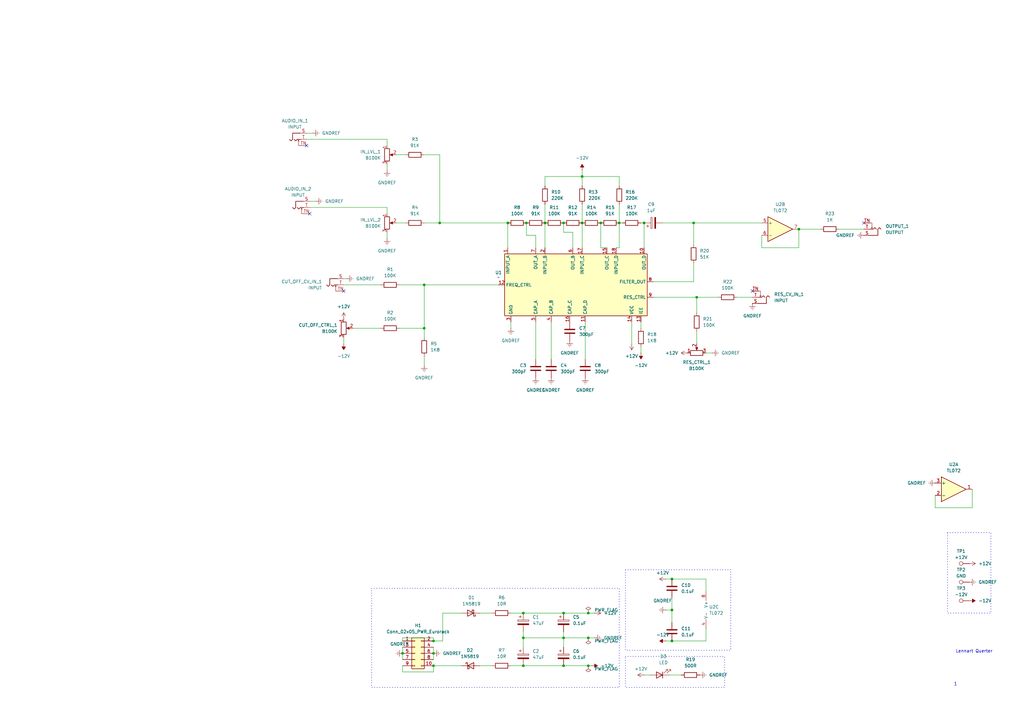
<source format=kicad_sch>
(kicad_sch (version 20231120) (generator "eeschema") (generator_version "8.0")
  (paper "A3")
  (lib_symbols
    (symbol "Amplifier_Operational:TL072" (pin_names (offset 0.127))
      (property "Reference" "U" (at 0 5.08 0))
      (property "Value" "TL072" (at 0 -5.08 0))
      (symbol "TL072_1_1"
        (polyline (pts (xy -5.08 5.08) (xy 5.08 0) (xy -5.08 -5.08) (xy -5.08 5.08)) (stroke (width 0.254)) (fill (type background)))
        (pin output line (at 7.62 0 180) (length 2.54) (name "~") (number "1"))
        (pin input line (at -7.62 -2.54 0) (length 2.54) (name "-") (number "2"))
        (pin input line (at -7.62 2.54 0) (length 2.54) (name "+") (number "3"))
      )
      (symbol "TL072_2_1"
        (polyline (pts (xy -5.08 5.08) (xy 5.08 0) (xy -5.08 -5.08) (xy -5.08 5.08)) (stroke (width 0.254)) (fill (type background)))
        (pin input line (at -7.62 2.54 0) (length 2.54) (name "+") (number "5"))
        (pin input line (at -7.62 -2.54 0) (length 2.54) (name "-") (number "6"))
        (pin output line (at 7.62 0 180) (length 2.54) (name "~") (number "7"))
      )
      (symbol "TL072_3_1"
        (pin power_in line (at -2.54 -7.62 90) (length 3.81) (name "V-") (number "4"))
        (pin power_in line (at -2.54 7.62 270) (length 3.81) (name "V+") (number "8"))
      )
    )
    (symbol "Connector:TestPoint" (pin_numbers hide) (pin_names (offset 0.762) hide)
      (property "Reference" "TP" (at 0 6.858 0))
      (property "Value" "TestPoint" (at 0 5.08 0))
      (symbol "TestPoint_0_1"
        (circle (center 0 3.302) (radius 0.762))
      )
      (symbol "TestPoint_1_1"
        (pin passive line (at 0 0 90) (length 2.54) (name "1") (number "1"))
      )
    )
    (symbol "Device:C" (pin_numbers hide) (pin_names (offset 0.254))
      (property "Reference" "C" (at 0.635 2.54 0))
      (property "Value" "C" (at 0.635 -2.54 0))
      (symbol "C_0_1"
        (polyline (pts (xy -2.032 -0.762) (xy 2.032 -0.762)) (stroke (width 0.508)))
        (polyline (pts (xy -2.032 0.762) (xy 2.032 0.762)) (stroke (width 0.508)))
      )
      (symbol "C_1_1"
        (pin passive line (at 0 3.81 270) (length 2.794) (name "~") (number "1"))
        (pin passive line (at 0 -3.81 90) (length 2.794) (name "~") (number "2"))
      )
    )
    (symbol "Device:C_Polarized" (pin_numbers hide) (pin_names (offset 0.254))
      (property "Reference" "C" (at 0.635 2.54 0))
      (property "Value" "C_Polarized" (at 0.635 -2.54 0))
      (symbol "C_Polarized_0_1"
        (rectangle (start -2.286 0.508) (end 2.286 1.016))
        (polyline (pts (xy -1.778 2.286) (xy -0.762 2.286)))
        (polyline (pts (xy -1.27 2.794) (xy -1.27 1.778)))
        (rectangle (start 2.286 -0.508) (end -2.286 -1.016) (fill (type outline)))
      )
      (symbol "C_Polarized_1_1"
        (pin passive line (at 0 3.81 270) (length 2.794) (name "~") (number "1"))
        (pin passive line (at 0 -3.81 90) (length 2.794) (name "~") (number "2"))
      )
    )
    (symbol "Device:R" (pin_numbers hide) (pin_names (offset 0))
      (property "Reference" "R" (at 2.032 0 90))
      (property "Value" "R" (at 0 0 90))
      (symbol "R_0_1"
        (rectangle (start -1.016 -2.54) (end 1.016 2.54) (stroke (width 0.254)))
      )
      (symbol "R_1_1"
        (pin passive line (at 0 3.81 270) (length 1.27) (name "~") (number "1"))
        (pin passive line (at 0 -3.81 90) (length 1.27) (name "~") (number "2"))
      )
    )
    (symbol "Diode:1N5819" (pin_numbers hide) (pin_names (offset 1.016) hide)
      (property "Reference" "D" (at 0 2.54 0))
      (property "Value" "1N5819" (at 0 -2.54 0))
      (symbol "1N5819_0_1"
        (polyline (pts (xy 1.27 0) (xy -1.27 0)))
        (polyline (pts (xy 1.27 1.27) (xy 1.27 -1.27) (xy -1.27 0) (xy 1.27 1.27)) (stroke (width 0.254)))
        (polyline (pts (xy -1.905 0.635) (xy -1.905 1.27) (xy -1.27 1.27) (xy -1.27 -1.27) (xy -0.635 -1.27) (xy -0.635 -0.635)) (stroke (width 0.254)))
      )
      (symbol "1N5819_1_1"
        (pin passive line (at -3.81 0 0) (length 2.54) (name "K") (number "1"))
        (pin passive line (at 3.81 0 180) (length 2.54) (name "A") (number "2"))
      )
    )
    (symbol "power:+12V" (power) (pin_numbers hide) (pin_names (offset 0) hide)
      (property "Value" "+12V" (at 0 3.556 0))
      (symbol "+12V_0_1"
        (polyline (pts (xy -0.762 1.27) (xy 0 2.54)))
        (polyline (pts (xy 0 0) (xy 0 2.54)))
        (polyline (pts (xy 0 2.54) (xy 0.762 1.27)))
      )
      (symbol "+12V_1_1"
        (pin power_in line (at 0 0 90) (length 0) (name "~") (number "1"))
      )
    )
    (symbol "power:-12V" (power) (pin_numbers hide) (pin_names (offset 0) hide)
      (property "Value" "-12V" (at 0 3.556 0))
      (symbol "-12V_0_0"
        (pin power_in line (at 0 0 90) (length 0) (name "~") (number "1"))
      )
      (symbol "-12V_0_1"
        (polyline (pts (xy 0 0) (xy 0 1.27) (xy 0.762 1.27) (xy 0 2.54) (xy -0.762 1.27) (xy 0 1.27)) (fill (type outline)))
      )
    )
    (symbol "power:GNDREF" (power) (pin_numbers hide) (pin_names (offset 0) hide)
      (property "Value" "GNDREF" (at 0 -3.81 0))
      (symbol "GNDREF_0_1"
        (polyline (pts (xy -0.635 -1.905) (xy 0.635 -1.905)))
        (polyline (pts (xy -0.127 -2.54) (xy 0.127 -2.54)))
        (polyline (pts (xy 0 -1.27) (xy 0 0)))
        (polyline (pts (xy 1.27 -1.27) (xy -1.27 -1.27)))
      )
      (symbol "GNDREF_1_1"
        (pin power_in line (at 0 0 270) (length 0) (name "~") (number "1"))
      )
    )
    (symbol "power:PWR_FLAG" (power) (pin_numbers hide) (pin_names (offset 0) hide)
      (property "Value" "PWR_FLAG" (at 0 3.81 0))
      (symbol "PWR_FLAG_0_0"
        (pin power_out line (at 0 0 90) (length 0) (name "~") (number "1"))
      )
      (symbol "PWR_FLAG_0_1"
        (polyline (pts (xy 0 0) (xy 0 1.27) (xy -1.016 1.905) (xy 0 2.54) (xy 1.016 1.905) (xy 0 1.27)))
      )
    )
    (symbol "synth:AudioJack_Mono_3.5mm"
      (property "Reference" "J" (at 0 8.89 0))
      (property "Value" "AudioJack_Mono_3.5mm" (at 0 6.35 0))
      (symbol "AudioJack_Mono_3.5mm_0_1"
        (polyline (pts (xy 1.778 -0.254) (xy 2.032 -0.762)))
        (polyline (pts (xy 0 0) (xy 0.635 -0.635) (xy 1.27 0) (xy 2.54 0)) (stroke (width 0.254)))
        (polyline (pts (xy 2.54 -2.54) (xy 1.778 -2.54) (xy 1.778 -0.254) (xy 1.524 -0.762)))
        (polyline (pts (xy 2.54 2.54) (xy -0.635 2.54) (xy -0.635 0) (xy -1.27 -0.635) (xy -1.905 0)) (stroke (width 0.254)))
      )
      (symbol "AudioJack_Mono_3.5mm_1_1"
        (pin passive line (at 5.08 2.54 180) (length 2.54) (name "~") (number "S"))
        (pin passive line (at 5.08 0 180) (length 2.54) (name "~") (number "T"))
        (pin passive line (at 5.08 -2.54 180) (length 2.54) (name "~") (number "TN"))
      )
    )
    (symbol "synth:CEM3320_alt"
      (property "Reference" "U" (at -9.144 13.716 0))
      (symbol "CEM3320_alt_0_1"
        (rectangle (start -29.21 12.7) (end 29.21 -12.7) (stroke (width 0.254)) (fill (type background)))
      )
      (symbol "CEM3320_alt_1_1"
        (pin input line (at -27.94 15.24 270) (length 2.54) (name "INPUT_A") (number "1"))
        (pin output line (at 27.94 15.24 270) (length 2.54) (name "OUT_D") (number "10"))
        (pin passive line (at 3.81 -15.24 90) (length 2.54) (name "CAP_D") (number "11"))
        (pin input line (at -31.75 0 0) (length 2.54) (name "FREQ_CTRL") (number "12"))
        (pin passive line (at 26.67 -15.24 90) (length 2.54) (name "IEE") (number "13"))
        (pin power_in line (at 22.86 -15.24 90) (length 2.54) (name "VCC") (number "14"))
        (pin output line (at 12.7 15.24 270) (length 2.54) (name "OUT_C") (number "15"))
        (pin passive line (at -2.54 -15.24 90) (length 2.54) (name "CAP_C") (number "16"))
        (pin input line (at 2.54 15.24 270) (length 2.54) (name "INPUT_C") (number "17"))
        (pin input line (at 16.51 15.24 270) (length 2.54) (name "INPUT_D") (number "18"))
        (pin input line (at -12.7 15.24 270) (length 2.54) (name "INPUT_B") (number "2"))
        (pin power_in line (at -26.67 -15.24 90) (length 2.54) (name "GND") (number "3"))
        (pin passive line (at -10.16 -15.24 90) (length 2.54) (name "CAP_B") (number "4"))
        (pin passive line (at -16.51 -15.24 90) (length 2.54) (name "CAP_A") (number "5"))
        (pin output line (at -1.27 15.24 270) (length 2.54) (name "OUT_B") (number "6"))
        (pin output line (at -16.51 15.24 270) (length 2.54) (name "OUT_A") (number "7"))
        (pin output line (at 31.75 1.27 180) (length 2.54) (name "FILTER_OUT") (number "8"))
        (pin input line (at 31.75 -5.08 180) (length 2.54) (name "RES_CTRL") (number "9"))
      )
    )
    (symbol "synth:C_sm (MKS)" (pin_numbers hide) (pin_names (offset 0.254))
      (property "Reference" "C" (at 2.794 1.27 0))
      (property "Value" "C_sm (MKS)" (at 2.794 -1.016 0))
      (symbol "C_sm (MKS)_0_1"
        (polyline (pts (xy -2.032 -0.762) (xy 2.032 -0.762)) (stroke (width 0.508)))
        (polyline (pts (xy -2.032 0.762) (xy 2.032 0.762)) (stroke (width 0.508)))
      )
      (symbol "C_sm (MKS)_1_1"
        (pin passive line (at 0 3.81 270) (length 2.794) (name "~") (number "1"))
        (pin passive line (at 0 -3.81 90) (length 2.794) (name "~") (number "2"))
      )
    )
    (symbol "synth:Conn_02x05_EuroRack_Power" (pin_names (offset 1.016) hide)
      (property "Reference" "H13" (at 0 -11.43 0))
      (property "Value" "Conn_02x05_PWR_Eurorack" (at 0 -8.89 0))
      (symbol "Conn_02x05_EuroRack_Power_1_1"
        (rectangle (start -2.54 -4.953) (end -1.27 -5.207) (stroke (width 0.1524)))
        (rectangle (start -2.54 -2.413) (end -1.27 -2.667) (stroke (width 0.1524)))
        (rectangle (start -2.54 0.127) (end -1.27 -0.127) (stroke (width 0.1524)))
        (rectangle (start -2.54 2.667) (end -1.27 2.413) (stroke (width 0.1524)))
        (rectangle (start -2.54 5.207) (end -1.27 4.953) (stroke (width 0.1524)))
        (rectangle (start -2.54 6.35) (end 2.54 -6.35) (stroke (width 0.254)) (fill (type background)))
        (rectangle (start 2.54 -4.953) (end 1.27 -5.207) (stroke (width 0.1524)))
        (rectangle (start 2.54 -2.413) (end 1.27 -2.667) (stroke (width 0.1524)))
        (rectangle (start 2.54 0.127) (end 1.27 -0.127) (stroke (width 0.1524)))
        (rectangle (start 2.54 2.667) (end 1.27 2.413) (stroke (width 0.1524)))
        (rectangle (start 2.54 5.207) (end 1.27 4.953) (stroke (width 0.1524)))
        (pin passive line (at -6.35 5.08 0) (length 3.81) (name "Pin_1") (number "1"))
        (pin passive line (at 6.35 -5.08 180) (length 3.81) (name "Pin_10") (number "10"))
        (pin passive line (at 6.35 5.08 180) (length 3.81) (name "Pin_2") (number "2"))
        (pin passive line (at -6.35 2.54 0) (length 3.81) (name "Pin_3") (number "3"))
        (pin passive line (at 6.35 2.54 180) (length 3.81) (name "Pin_4") (number "4"))
        (pin passive line (at -6.35 0 0) (length 3.81) (name "Pin_5") (number "5"))
        (pin passive line (at 6.35 0 180) (length 3.81) (name "Pin_6") (number "6"))
        (pin passive line (at -6.35 -2.54 0) (length 3.81) (name "Pin_7") (number "7"))
        (pin passive line (at 6.35 -2.54 180) (length 3.81) (name "Pin_8") (number "8"))
        (pin passive line (at -6.35 -5.08 0) (length 3.81) (name "Pin_9") (number "9"))
      )
    )
    (symbol "synth:LED (5mm)" (pin_numbers hide) (pin_names (offset 1.016) hide)
      (property "Reference" "D" (at 0 2.54 0))
      (property "Value" "LED" (at 0 -2.54 0))
      (symbol "LED (5mm)_0_1"
        (polyline (pts (xy -1.27 -1.27) (xy -1.27 1.27)) (stroke (width 0.254)))
        (polyline (pts (xy -1.27 0) (xy 1.27 0)))
        (polyline (pts (xy 1.27 -1.27) (xy 1.27 1.27) (xy -1.27 0) (xy 1.27 -1.27)) (stroke (width 0.254)))
        (polyline (pts (xy -3.048 -0.762) (xy -4.572 -2.286) (xy -3.81 -2.286) (xy -4.572 -2.286) (xy -4.572 -1.524)))
        (polyline (pts (xy -1.778 -0.762) (xy -3.302 -2.286) (xy -2.54 -2.286) (xy -3.302 -2.286) (xy -3.302 -1.524)))
      )
      (symbol "LED (5mm)_1_1"
        (pin passive line (at -3.81 0 0) (length 2.54) (name "K") (number "1"))
        (pin passive line (at 3.81 0 180) (length 2.54) (name "A") (number "2"))
      )
    )
    (symbol "synth:R_Default" (pin_numbers hide) (pin_names (offset 0))
      (property "Reference" "R" (at -2.032 0 90))
      (property "Value" "R1" (at 2.032 0 90))
      (symbol "R_Default_0_1"
        (rectangle (start 1.016 -2.54) (end -1.016 2.54) (stroke (width 0.254)))
      )
      (symbol "R_Default_1_1"
        (pin passive line (at 0 -3.81 90) (length 1.27) (name "~") (number "1"))
        (pin passive line (at 0 3.81 270) (length 1.27) (name "~") (number "2"))
      )
    )
    (symbol "synth:R_Potentiometer (P0915N)" (pin_names (offset 1.016) hide)
      (property "Reference" "RV" (at -4.445 0 90))
      (property "Value" "R_Potentiometer" (at -2.54 0 90))
      (symbol "R_Potentiometer (P0915N)_0_1"
        (rectangle (start -1.016 2.54) (end 1.016 -2.54) (stroke (width 0.254)))
        (polyline (pts (xy 2.54 0) (xy 1.524 0)))
        (polyline (pts (xy 1.143 0) (xy 2.286 0.508) (xy 2.286 -0.508) (xy 1.143 0)) (fill (type outline)))
      )
      (symbol "R_Potentiometer (P0915N)_1_1"
        (pin passive line (at 0 3.81 270) (length 1.27) (name "1") (number "1"))
        (pin passive line (at 3.81 0 180) (length 1.27) (name "2") (number "2"))
        (pin passive line (at 0 -3.81 90) (length 1.27) (name "3") (number "3"))
      )
    )
  )
  (junction (at 275.59 250.19))
  (junction (at 214.63 261.62))
  (junction (at 241.3 273.05))
  (junction (at 231.14 261.62))
  (junction (at 165.1 267.97))
  (junction (at 241.3 251.46))
  (junction (at 231.14 251.46))
  (junction (at 223.52 91.44))
  (junction (at 238.76 91.44))
  (junction (at 264.16 91.44))
  (junction (at 173.99 116.84))
  (junction (at 238.76 72.39))
  (junction (at 177.8 273.05))
  (junction (at 214.63 251.46))
  (junction (at 177.8 267.97))
  (junction (at 177.8 262.89))
  (junction (at 275.59 262.89))
  (junction (at 208.28 91.44))
  (junction (at 180.34 91.44))
  (junction (at 285.75 121.92))
  (junction (at 327.66 93.98))
  (junction (at 173.99 134.62))
  (junction (at 214.63 273.05))
  (junction (at 241.3 261.62))
  (junction (at 254 91.44))
  (junction (at 246.38 91.44))
  (junction (at 231.14 273.05))
  (junction (at 215.9 91.44))
  (junction (at 275.59 237.49))
  (junction (at 284.48 91.44))
  (junction (at 231.14 91.44))
  (no_connect (at 308.61 119.38))
  (no_connect (at 125.73 59.69))
  (no_connect (at 127 87.63))
  (no_connect (at 354.33 91.44))
  (no_connect (at 140.97 119.38))
  (wire (pts (xy 292.1 144.78) (xy 289.56 144.78)))
  (wire (pts (xy 264.16 276.86) (xy 266.7 276.86)))
  (wire (pts (xy 238.76 72.39) (xy 254 72.39)))
  (wire (pts (xy 289.56 257.81) (xy 289.56 262.89)))
  (wire (pts (xy 177.8 275.59) (xy 177.8 273.05)))
  (wire (pts (xy 254 83.82) (xy 254 91.44)))
  (wire (pts (xy 267.97 121.92) (xy 285.75 121.92)))
  (wire (pts (xy 284.48 107.95) (xy 284.48 115.57)))
  (wire (pts (xy 273.05 262.89) (xy 275.59 262.89)))
  (wire (pts (xy 142.24 114.3) (xy 140.97 114.3)))
  (wire (pts (xy 181.61 251.46) (xy 189.23 251.46)))
  (wire (pts (xy 246.38 101.6) (xy 248.92 101.6)))
  (wire (pts (xy 180.34 91.44) (xy 208.28 91.44)))
  (wire (pts (xy 238.76 101.6) (xy 238.76 91.44)))
  (wire (pts (xy 226.06 147.32) (xy 226.06 132.08)))
  (wire (pts (xy 238.76 69.85) (xy 238.76 72.39)))
  (wire (pts (xy 252.73 101.6) (xy 254 101.6)))
  (wire (pts (xy 166.37 91.44) (xy 162.56 91.44)))
  (wire (pts (xy 223.52 72.39) (xy 223.52 76.2)))
  (wire (pts (xy 177.8 261.62) (xy 165.1 261.62)))
  (wire (pts (xy 284.48 91.44) (xy 271.78 91.44)))
  (wire (pts (xy 231.14 95.25) (xy 234.95 95.25)))
  (wire (pts (xy 177.8 262.89) (xy 177.8 261.62)))
  (wire (pts (xy 177.8 265.43) (xy 177.8 267.97)))
  (wire (pts (xy 158.75 85.09) (xy 158.75 87.63)))
  (wire (pts (xy 127 82.55) (xy 129.54 82.55)))
  (wire (pts (xy 238.76 72.39) (xy 238.76 76.2)))
  (wire (pts (xy 215.9 96.52) (xy 219.71 96.52)))
  (wire (pts (xy 163.83 116.84) (xy 173.99 116.84)))
  (wire (pts (xy 209.55 134.62) (xy 209.55 132.08)))
  (wire (pts (xy 275.59 245.11) (xy 275.59 250.19)))
  (wire (pts (xy 275.59 250.19) (xy 275.59 255.27)))
  (wire (pts (xy 219.71 147.32) (xy 219.71 132.08)))
  (wire (pts (xy 180.34 63.5) (xy 180.34 91.44)))
  (wire (pts (xy 285.75 128.27) (xy 285.75 121.92)))
  (wire (pts (xy 231.14 273.05) (xy 241.3 273.05)))
  (wire (pts (xy 231.14 261.62) (xy 241.3 261.62)))
  (wire (pts (xy 165.1 273.05) (xy 165.1 275.59)))
  (wire (pts (xy 158.75 57.15) (xy 158.75 59.69)))
  (wire (pts (xy 285.75 135.89) (xy 285.75 140.97)))
  (wire (pts (xy 223.52 72.39) (xy 238.76 72.39)))
  (wire (pts (xy 127 85.09) (xy 158.75 85.09)))
  (wire (pts (xy 196.85 273.05) (xy 201.93 273.05)))
  (wire (pts (xy 177.8 267.97) (xy 177.8 270.51)))
  (wire (pts (xy 125.73 57.15) (xy 158.75 57.15)))
  (wire (pts (xy 289.56 237.49) (xy 289.56 242.57)))
  (wire (pts (xy 214.63 259.08) (xy 214.63 261.62)))
  (wire (pts (xy 125.73 54.61) (xy 128.27 54.61)))
  (wire (pts (xy 275.59 250.19) (xy 273.05 250.19)))
  (wire (pts (xy 241.3 273.05) (xy 242.57 273.05)))
  (wire (pts (xy 173.99 91.44) (xy 180.34 91.44)))
  (wire (pts (xy 398.78 208.28) (xy 383.54 208.28)))
  (wire (pts (xy 275.59 262.89) (xy 289.56 262.89)))
  (wire (pts (xy 398.78 200.66) (xy 398.78 208.28)))
  (wire (pts (xy 173.99 116.84) (xy 204.47 116.84)))
  (wire (pts (xy 284.48 91.44) (xy 312.42 91.44)))
  (wire (pts (xy 284.48 115.57) (xy 267.97 115.57)))
  (wire (pts (xy 246.38 91.44) (xy 246.38 101.6)))
  (wire (pts (xy 214.63 251.46) (xy 231.14 251.46)))
  (wire (pts (xy 165.1 265.43) (xy 165.1 267.97)))
  (wire (pts (xy 231.14 91.44) (xy 231.14 95.25)))
  (wire (pts (xy 158.75 69.85) (xy 158.75 67.31)))
  (wire (pts (xy 156.21 116.84) (xy 140.97 116.84)))
  (wire (pts (xy 262.89 91.44) (xy 264.16 91.44)))
  (wire (pts (xy 241.3 261.62) (xy 243.84 261.62)))
  (wire (pts (xy 156.21 134.62) (xy 144.78 134.62)))
  (wire (pts (xy 259.08 140.97) (xy 259.08 132.08)))
  (wire (pts (xy 312.42 101.6) (xy 312.42 96.52)))
  (wire (pts (xy 284.48 91.44) (xy 284.48 100.33)))
  (wire (pts (xy 219.71 96.52) (xy 219.71 101.6)))
  (wire (pts (xy 173.99 63.5) (xy 180.34 63.5)))
  (wire (pts (xy 173.99 149.86) (xy 173.99 146.05)))
  (wire (pts (xy 181.61 251.46) (xy 181.61 262.89)))
  (wire (pts (xy 231.14 251.46) (xy 241.3 251.46)))
  (wire (pts (xy 196.85 251.46) (xy 201.93 251.46)))
  (wire (pts (xy 262.89 144.78) (xy 262.89 142.24)))
  (wire (pts (xy 214.63 261.62) (xy 214.63 265.43)))
  (wire (pts (xy 177.8 273.05) (xy 189.23 273.05)))
  (wire (pts (xy 140.97 140.97) (xy 140.97 138.43)))
  (wire (pts (xy 223.52 101.6) (xy 223.52 91.44)))
  (wire (pts (xy 209.55 273.05) (xy 214.63 273.05)))
  (wire (pts (xy 264.16 91.44) (xy 264.16 101.6)))
  (wire (pts (xy 327.66 93.98) (xy 327.66 101.6)))
  (wire (pts (xy 158.75 97.79) (xy 158.75 95.25)))
  (wire (pts (xy 383.54 208.28) (xy 383.54 203.2)))
  (wire (pts (xy 209.55 251.46) (xy 214.63 251.46)))
  (wire (pts (xy 214.63 273.05) (xy 231.14 273.05)))
  (wire (pts (xy 238.76 83.82) (xy 238.76 91.44)))
  (wire (pts (xy 262.89 132.08) (xy 262.89 134.62)))
  (wire (pts (xy 241.3 251.46) (xy 243.84 251.46)))
  (wire (pts (xy 165.1 267.97) (xy 165.1 270.51)))
  (wire (pts (xy 234.95 95.25) (xy 234.95 101.6)))
  (wire (pts (xy 165.1 275.59) (xy 177.8 275.59)))
  (wire (pts (xy 273.05 237.49) (xy 275.59 237.49)))
  (wire (pts (xy 279.4 276.86) (xy 274.32 276.86)))
  (wire (pts (xy 214.63 261.62) (xy 231.14 261.62)))
  (wire (pts (xy 240.03 147.32) (xy 240.03 132.08)))
  (wire (pts (xy 231.14 261.62) (xy 231.14 265.43)))
  (wire (pts (xy 181.61 262.89) (xy 177.8 262.89)))
  (wire (pts (xy 275.59 237.49) (xy 289.56 237.49)))
  (wire (pts (xy 231.14 259.08) (xy 231.14 261.62)))
  (wire (pts (xy 254 72.39) (xy 254 76.2)))
  (wire (pts (xy 294.64 121.92) (xy 285.75 121.92)))
  (wire (pts (xy 208.28 91.44) (xy 208.28 101.6)))
  (wire (pts (xy 173.99 138.43) (xy 173.99 134.62)))
  (wire (pts (xy 223.52 83.82) (xy 223.52 91.44)))
  (wire (pts (xy 166.37 63.5) (xy 162.56 63.5)))
  (wire (pts (xy 173.99 134.62) (xy 163.83 134.62)))
  (wire (pts (xy 327.66 101.6) (xy 312.42 101.6)))
  (wire (pts (xy 354.33 93.98) (xy 344.17 93.98)))
  (wire (pts (xy 254 101.6) (xy 254 91.44)))
  (wire (pts (xy 165.1 261.62) (xy 165.1 262.89)))
  (wire (pts (xy 336.55 93.98) (xy 327.66 93.98)))
  (wire (pts (xy 255.27 91.44) (xy 254 91.44)))
  (wire (pts (xy 173.99 116.84) (xy 173.99 134.62)))
  (wire (pts (xy 302.26 121.92) (xy 308.61 121.92)))
  (wire (pts (xy 215.9 96.52) (xy 215.9 91.44)))
  (rectangle (start 388.62 218.44) (end 406.4 251.46) (stroke (width 0.254) (type dot)))
  (rectangle (start 152.4 241.3) (end 254 281.94) (stroke (width 0.25) (type dot)))
  (rectangle (start 256.54 233.68) (end 299.72 266.7) (stroke (width 0.25) (type dot)))
  (rectangle (start 256.54 269.24) (end 297.18 281.94) (stroke (width 0.25) (type dot)))
  (text "Lennart Querter" (at 399.542 267.208 0) (effects (font (size 1.27 1.27))))
  (text "1" (at 391.922 280.67 0) (effects (font (size 1.27 1.27))))
  (symbol (lib_id "synth:R_Default") (at 170.18 91.44 90) (unit 1)
    (property "Reference" "R4" (at 170.18 85.09 90))
    (property "Value" "91K" (at 170.18 87.63 90))
    (property "Footprint" "Synth:R_Default (DIN0207)" (effects (hide yes)))
    (property "Description" "Resistor" (effects (hide yes)))
  )
  (symbol (lib_id "synth:AudioJack_Mono_3.5mm") (at 313.69 121.92 180) (unit 1)
    (property "Reference" "RES_CV_IN_1" (at 317.5 120.7134 0) (effects (justify right)))
    (property "Value" "INPUT" (at 317.5 123.2534 0) (effects (justify right)))
    (property "Footprint" "Synth:Jack_3.5mm_QingPu_WQP-PJ398SM_Vertical_CircularHoles" (effects (hide yes)))
    (property "Description" "Audio Jack, 2 Poles (Mono / TS), Switched T Pole (Normalling)" (effects (hide yes)))
  )
  (symbol (lib_id "synth:R_Default") (at 250.19 91.44 90) (unit 1)
    (property "Reference" "R15" (at 250.19 85.09 90))
    (property "Value" "91K" (at 250.19 87.63 90))
    (property "Footprint" "Synth:R_Default (DIN0207)" (effects (hide yes)))
    (property "Description" "Resistor" (effects (hide yes)))
  )
  (symbol (lib_id "power:-12V") (at 242.57 273.05 270) (unit 1)
    (property "Reference" "#PWR017" (effects (hide yes)))
    (property "Value" "-12V" (at 246.38 273.0499 90) (effects (justify left)))
    (property "Description" "Power symbol creates a global label with name \"-12V\"" (effects (hide yes)))
  )
  (symbol (lib_id "synth:R_Default") (at 285.75 132.08 180) (unit 1)
    (property "Reference" "R21" (at 288.29 130.8099 0) (effects (justify right)))
    (property "Value" "100K" (at 288.29 133.3499 0) (effects (justify right)))
    (property "Footprint" "Synth:R_Default (DIN0207)" (effects (hide yes)))
    (property "Description" "Resistor" (effects (hide yes)))
  )
  (symbol (lib_id "synth:R_Default") (at 160.02 134.62 90) (unit 1)
    (property "Reference" "R2" (at 160.02 128.27 90))
    (property "Value" "100K" (at 160.02 130.81 90))
    (property "Footprint" "Synth:R_Default (DIN0207)" (effects (hide yes)))
    (property "Description" "Resistor" (effects (hide yes)))
  )
  (symbol (lib_id "Device:C") (at 275.59 259.08 0) (unit 1)
    (property "Reference" "C11" (at 279.4 257.8099 0) (effects (justify left)))
    (property "Value" "0.1uF" (at 279.4 260.3499 0) (effects (justify left)))
    (property "Footprint" "Capacitor_THT:C_Rect_L4.6mm_W2.0mm_P2.50mm_MKS02_FKP02" (effects (hide yes)))
    (property "Description" "Unpolarized capacitor" (effects (hide yes)))
  )
  (symbol (lib_id "Diode:1N5819") (at 193.04 273.05 0) (unit 1)
    (property "Reference" "D2" (at 192.7225 266.7 0))
    (property "Value" "1N5819" (at 192.7225 269.24 0))
    (property "Footprint" "Synth:D_DO-41_SOD81_P10.16mm_Horizontal" (effects (hide yes)))
    (property "Datasheet" "http://www.vishay.com/docs/88525/1n5817.pdf" (effects (hide yes)))
    (property "Description" "40V 1A Schottky Barrier Rectifier Diode, DO-41" (effects (hide yes)))
  )
  (symbol (lib_id "synth:Conn_02x05_EuroRack_Power") (at 171.45 267.97 0) (unit 1)
    (property "Reference" "H1" (at 171.45 256.54 0))
    (property "Value" "Conn_02x05_PWR_Eurorack" (at 171.45 259.08 0))
    (property "Footprint" "Synth:IDC-Header_2x05_P2.54mm_Vertical" (effects (hide yes)))
  )
  (symbol (lib_id "Device:R") (at 205.74 273.05 90) (unit 1)
    (property "Reference" "R7" (at 205.74 266.7 90))
    (property "Value" "10R" (at 205.74 269.24 90))
    (property "Footprint" "Synth:R_Default (DIN0207)" (effects (hide yes)))
    (property "Description" "Resistor" (effects (hide yes)))
  )
  (symbol (lib_id "power:GNDREF") (at 142.24 114.3 90) (unit 1)
    (property "Reference" "#PWR05" (effects (hide yes)))
    (property "Value" "GNDREF" (at 146.05 114.2999 90) (effects (justify right)))
    (property "Description" "Power symbol creates a global label with name \"GNDREF\" , reference supply ground" (effects (hide yes)))
  )
  (symbol (lib_id "power:GNDREF") (at 240.03 154.94 0) (unit 1)
    (property "Reference" "#PWR016" (effects (hide yes)))
    (property "Value" "GNDREF" (at 240.03 160.02 0))
    (property "Description" "Power symbol creates a global label with name \"GNDREF\" , reference supply ground" (effects (hide yes)))
  )
  (symbol (lib_id "power:PWR_FLAG") (at 241.3 251.46 0) (unit 1)
    (property "Reference" "#FLG01" (effects (hide yes)))
    (property "Value" "PWR_FLAG" (at 243.84 250.1899 0) (effects (justify left)))
    (property "Description" "Special symbol for telling ERC where power comes from" (effects (hide yes)))
  )
  (symbol (lib_id "Diode:1N5819") (at 193.04 251.46 180) (unit 1)
    (property "Reference" "D1" (at 193.3575 245.11 0))
    (property "Value" "1N5819" (at 193.3575 247.65 0))
    (property "Footprint" "Synth:D_DO-41_SOD81_P10.16mm_Horizontal" (effects (hide yes)))
    (property "Datasheet" "http://www.vishay.com/docs/88525/1n5817.pdf" (effects (hide yes)))
    (property "Description" "40V 1A Schottky Barrier Rectifier Diode, DO-41" (effects (hide yes)))
  )
  (symbol (lib_id "Device:C_Polarized") (at 231.14 269.24 0) (unit 1)
    (property "Reference" "C6" (at 234.95 267.0809 0) (effects (justify left)))
    (property "Value" "0.1uF" (at 234.95 269.6209 0) (effects (justify left)))
    (property "Footprint" "Capacitor_THT:CP_Radial_D4.0mm_P2.00mm" (effects (hide yes)))
    (property "Description" "Polarized capacitor" (effects (hide yes)))
  )
  (symbol (lib_id "synth:R_Default") (at 298.45 121.92 270) (unit 1)
    (property "Reference" "R22" (at 298.45 115.57 90))
    (property "Value" "100K" (at 298.45 118.11 90))
    (property "Footprint" "Synth:R_Default (DIN0207)" (effects (hide yes)))
    (property "Description" "Resistor" (effects (hide yes)))
  )
  (symbol (lib_id "power:+12V") (at 259.08 140.97 180) (unit 1)
    (property "Reference" "#PWR020" (effects (hide yes)))
    (property "Value" "+12V" (at 259.08 146.05 0))
    (property "Description" "Power symbol creates a global label with name \"+12V\"" (effects (hide yes)))
  )
  (symbol (lib_id "synth:R_Default") (at 170.18 63.5 90) (unit 1)
    (property "Reference" "R3" (at 170.18 57.15 90))
    (property "Value" "91K" (at 170.18 59.69 90))
    (property "Footprint" "Synth:R_Default (DIN0207)" (effects (hide yes)))
    (property "Description" "Resistor" (effects (hide yes)))
  )
  (symbol (lib_id "power:GNDREF") (at 354.33 96.52 270) (unit 1)
    (property "Reference" "#PWR029" (effects (hide yes)))
    (property "Value" "GNDREF" (at 350.52 96.5199 90) (effects (justify right)))
    (property "Description" "Power symbol creates a global label with name \"GNDREF\" , reference supply ground" (effects (hide yes)))
  )
  (symbol (lib_id "Connector:TestPoint") (at 397.51 231.14 90) (unit 1)
    (property "Reference" "TP1" (at 394.208 226.06 90))
    (property "Value" "+12V" (at 394.208 228.6 90))
    (property "Footprint" "Connector_Pin:Pin_D1.0mm_L10.0mm" (effects (hide yes)))
    (property "Description" "test point" (effects (hide yes)))
  )
  (symbol (lib_id "power:GNDREF") (at 233.68 139.7 0) (unit 1)
    (property "Reference" "#PWR014" (effects (hide yes)))
    (property "Value" "GNDREF" (at 233.68 144.78 0))
    (property "Description" "Power symbol creates a global label with name \"GNDREF\" , reference supply ground" (effects (hide yes)))
  )
  (symbol (lib_id "synth:C_sm (MKS)") (at 233.68 135.89 180) (unit 1)
    (property "Reference" "C7" (at 237.49 134.6199 0) (effects (justify right)))
    (property "Value" "300pF" (at 237.49 137.1599 0) (effects (justify right)))
    (property "Footprint" "Synth:C_RECT_WIMA_0.1uF" (effects (hide yes)))
    (property "Description" "Unpolarized capacitor" (effects (hide yes)))
  )
  (symbol (lib_id "power:GNDREF") (at 292.1 144.78 90) (unit 1)
    (property "Reference" "#PWR025" (effects (hide yes)))
    (property "Value" "GNDREF" (at 295.91 144.7799 90) (effects (justify right)))
    (property "Description" "Power symbol creates a global label with name \"GNDREF\" , reference supply ground" (effects (hide yes)))
  )
  (symbol (lib_id "power:PWR_FLAG") (at 241.3 261.62 180) (unit 1)
    (property "Reference" "#FLG02" (effects (hide yes)))
    (property "Value" "PWR_FLAG" (at 243.84 262.8899 0) (effects (justify right)))
    (property "Description" "Special symbol for telling ERC where power comes from" (effects (hide yes)))
  )
  (symbol (lib_id "Device:C_Polarized") (at 214.63 269.24 0) (unit 1)
    (property "Reference" "C2" (at 218.44 267.0809 0) (effects (justify left)))
    (property "Value" "47uF" (at 218.44 269.6209 0) (effects (justify left)))
    (property "Footprint" "Capacitor_THT:CP_Radial_D6.3mm_P2.50mm" (effects (hide yes)))
    (property "Description" "Polarized capacitor" (effects (hide yes)))
  )
  (symbol (lib_id "power:GNDREF") (at 243.84 261.62 90) (unit 1)
    (property "Reference" "#PWR019" (effects (hide yes)))
    (property "Value" "GNDREF" (at 247.65 261.6199 90) (effects (justify right)))
    (property "Description" "Power symbol creates a global label with name \"GNDREF\" , reference supply ground" (effects (hide yes)))
  )
  (symbol (lib_id "power:GNDREF") (at 287.02 276.86 90) (unit 1)
    (property "Reference" "#PWR024" (effects (hide yes)))
    (property "Value" "GNDREF" (at 290.83 276.8599 90) (effects (justify right)))
    (property "Description" "Power symbol creates a global label with name \"GNDREF\" , reference supply ground" (effects (hide yes)))
  )
  (symbol (lib_id "power:GNDREF") (at 308.61 124.46 0) (unit 1)
    (property "Reference" "#PWR034" (effects (hide yes)))
    (property "Value" "GNDREF" (at 308.61 129.54 0))
    (property "Description" "Power symbol creates a global label with name \"GNDREF\" , reference supply ground" (effects (hide yes)))
  )
  (symbol (lib_id "power:GNDREF") (at 128.27 54.61 90) (unit 1)
    (property "Reference" "#PWR01" (effects (hide yes)))
    (property "Value" "GNDREF" (at 132.08 54.6099 90) (effects (justify right)))
    (property "Description" "Power symbol creates a global label with name \"GNDREF\" , reference supply ground" (effects (hide yes)))
  )
  (symbol (lib_id "Amplifier_Operational:TL072") (at 391.16 200.66 0) (unit 1)
    (property "Reference" "U2" (at 391.16 190.5 0))
    (property "Value" "TL072" (at 391.16 193.04 0))
    (property "Footprint" "Package_DIP:DIP-8_W7.62mm_Socket_LongPads" (effects (hide yes)))
    (property "Datasheet" "http://www.ti.com/lit/ds/symlink/tl071.pdf" (effects (hide yes)))
    (property "Description" "Dual Low-Noise JFET-Input Operational Amplifiers, DIP-8/SOIC-8" (effects (hide yes)))
  )
  (symbol (lib_id "synth:R_Default") (at 223.52 80.01 180) (unit 1)
    (property "Reference" "R10" (at 226.06 78.7399 0) (effects (justify right)))
    (property "Value" "220K" (at 226.06 81.2799 0) (effects (justify right)))
    (property "Footprint" "Synth:R_Default (DIN0207)" (effects (hide yes)))
    (property "Description" "Resistor" (effects (hide yes)))
  )
  (symbol (lib_id "synth:R_Default") (at 340.36 93.98 270) (unit 1)
    (property "Reference" "R23" (at 340.36 87.63 90))
    (property "Value" "1K" (at 340.36 90.17 90))
    (property "Footprint" "Synth:R_Default (DIN0207)" (effects (hide yes)))
    (property "Description" "Resistor" (effects (hide yes)))
  )
  (symbol (lib_id "power:GNDREF") (at 383.54 198.12 270) (unit 1)
    (property "Reference" "#PWR030" (effects (hide yes)))
    (property "Value" "GNDREF" (at 379.73 198.1199 90) (effects (justify right)))
    (property "Description" "Power symbol creates a global label with name \"GNDREF\" , reference supply ground" (effects (hide yes)))
  )
  (symbol (lib_id "synth:R_Default") (at 227.33 91.44 90) (unit 1)
    (property "Reference" "R11" (at 227.33 85.09 90))
    (property "Value" "100K" (at 227.33 87.63 90))
    (property "Footprint" "Synth:R_Default (DIN0207)" (effects (hide yes)))
    (property "Description" "Resistor" (effects (hide yes)))
  )
  (symbol (lib_id "power:GNDREF") (at 273.05 250.19 270) (unit 1)
    (property "Reference" "#PWR027" (effects (hide yes)))
    (property "Value" "GNDREF" (at 271.78 246.38 90))
    (property "Description" "Power symbol creates a global label with name \"GNDREF\" , reference supply ground" (effects (hide yes)))
  )
  (symbol (lib_id "synth:C_sm (MKS)") (at 219.71 151.13 180) (unit 1)
    (property "Reference" "C3" (at 215.9 149.8599 0) (effects (justify left)))
    (property "Value" "300pF" (at 215.9 152.3999 0) (effects (justify left)))
    (property "Footprint" "Synth:C_RECT_WIMA_0.1uF" (effects (hide yes)))
    (property "Description" "Unpolarized capacitor" (effects (hide yes)))
  )
  (symbol (lib_id "power:-12V") (at 140.97 140.97 180) (unit 1)
    (property "Reference" "#PWR04" (effects (hide yes)))
    (property "Value" "-12V" (at 140.97 146.05 0))
    (property "Description" "Power symbol creates a global label with name \"-12V\"" (effects (hide yes)))
  )
  (symbol (lib_id "Device:C_Polarized") (at 214.63 255.27 0) (unit 1)
    (property "Reference" "C1" (at 218.44 253.1109 0) (effects (justify left)))
    (property "Value" "47uF" (at 218.44 255.6509 0) (effects (justify left)))
    (property "Footprint" "Capacitor_THT:CP_Radial_D6.3mm_P2.50mm" (effects (hide yes)))
    (property "Description" "Polarized capacitor" (effects (hide yes)))
  )
  (symbol (lib_id "Device:C") (at 275.59 241.3 0) (unit 1)
    (property "Reference" "C10" (at 279.4 240.0299 0) (effects (justify left)))
    (property "Value" "0.1uF" (at 279.4 242.5699 0) (effects (justify left)))
    (property "Footprint" "Capacitor_THT:C_Rect_L4.6mm_W2.0mm_P2.50mm_MKS02_FKP02" (effects (hide yes)))
    (property "Description" "Unpolarized capacitor" (effects (hide yes)))
  )
  (symbol (lib_id "synth:R_Default") (at 234.95 91.44 90) (unit 1)
    (property "Reference" "R12" (at 234.95 85.09 90))
    (property "Value" "91K" (at 234.95 87.63 90))
    (property "Footprint" "Synth:R_Default (DIN0207)" (effects (hide yes)))
    (property "Description" "Resistor" (effects (hide yes)))
  )
  (symbol (lib_id "synth:R_Potentiometer (P0915N)") (at 140.97 134.62 0) (unit 1)
    (property "Reference" "CUT_OFF_CTRL_1" (at 138.43 133.3499 0) (effects (justify right)))
    (property "Value" "B100K" (at 138.43 135.8899 0) (effects (justify right)))
    (property "Footprint" "Synth:Potentiometer_TT_P0915N" (effects (hide yes)))
    (property "Description" "Potentiometer" (effects (hide yes)))
  )
  (symbol (lib_id "power:GNDREF") (at 177.8 267.97 90) (unit 1)
    (property "Reference" "#PWR010" (effects (hide yes)))
    (property "Value" "GNDREF" (at 181.61 267.9699 90) (effects (justify right)))
    (property "Description" "Power symbol creates a global label with name \"GNDREF\" , reference supply ground" (effects (hide yes)))
  )
  (symbol (lib_id "synth:CEM3320_alt") (at 236.22 116.84 0) (unit 1)
    (property "Reference" "U1" (at 204.47 111.7914 0))
    (property "Value" "~" (at 204.47 113.6965 0))
    (property "Footprint" "Package_DIP:DIP-18_W7.62mm_Socket_LongPads" (effects (hide yes)))
    (property "Datasheet" "https://www.bustedgear.com/images/datasheets/CEM3320.pdf" (effects (hide yes)))
  )
  (symbol (lib_id "power:GNDREF") (at 129.54 82.55 90) (unit 1)
    (property "Reference" "#PWR02" (effects (hide yes)))
    (property "Value" "GNDREF" (at 133.35 82.5499 90) (effects (justify right)))
    (property "Description" "Power symbol creates a global label with name \"GNDREF\" , reference supply ground" (effects (hide yes)))
  )
  (symbol (lib_id "synth:R_Potentiometer (P0915N)") (at 285.75 144.78 90) (unit 1)
    (property "Reference" "RES_CTRL_1" (at 285.75 148.59 90))
    (property "Value" "B100K" (at 285.75 151.13 90))
    (property "Footprint" "Synth:Potentiometer_TT_P0915N" (effects (hide yes)))
    (property "Description" "Potentiometer" (effects (hide yes)))
  )
  (symbol (lib_id "synth:R_Default") (at 284.48 104.14 180) (unit 1)
    (property "Reference" "R20" (at 287.02 102.8699 0) (effects (justify right)))
    (property "Value" "51K" (at 287.02 105.4099 0) (effects (justify right)))
    (property "Footprint" "Synth:R_Default (DIN0207)" (effects (hide yes)))
    (property "Description" "Resistor" (effects (hide yes)))
  )
  (symbol (lib_id "power:GNDREF") (at 158.75 97.79 0) (unit 1)
    (property "Reference" "#PWR07" (effects (hide yes)))
    (property "Value" "GNDREF" (at 158.75 102.87 0))
    (property "Description" "Power symbol creates a global label with name \"GNDREF\" , reference supply ground" (effects (hide yes)))
  )
  (symbol (lib_id "power:+12V") (at 281.94 144.78 90) (unit 1)
    (property "Reference" "#PWR023" (effects (hide yes)))
    (property "Value" "+12V" (at 278.13 144.7799 90) (effects (justify left)))
    (property "Description" "Power symbol creates a global label with name \"+12V\"" (effects (hide yes)))
  )
  (symbol (lib_id "power:GNDREF") (at 209.55 134.62 0) (unit 1)
    (property "Reference" "#PWR011" (effects (hide yes)))
    (property "Value" "GNDREF" (at 209.55 139.7 0))
    (property "Description" "Power symbol creates a global label with name \"GNDREF\" , reference supply ground" (effects (hide yes)))
  )
  (symbol (lib_id "power:GNDREF") (at 219.71 154.94 0) (unit 1)
    (property "Reference" "#PWR012" (effects (hide yes)))
    (property "Value" "GNDREF" (at 219.71 160.02 0))
    (property "Description" "Power symbol creates a global label with name \"GNDREF\" , reference supply ground" (effects (hide yes)))
  )
  (symbol (lib_id "power:GNDREF") (at 173.99 149.86 0) (unit 1)
    (property "Reference" "#PWR09" (effects (hide yes)))
    (property "Value" "GNDREF" (at 173.99 154.94 0))
    (property "Description" "Power symbol creates a global label with name \"GNDREF\" , reference supply ground" (effects (hide yes)))
  )
  (symbol (lib_id "power:GNDREF") (at 397.51 238.76 90) (unit 1)
    (property "Reference" "#PWR032" (effects (hide yes)))
    (property "Value" "GNDREF" (at 401.32 238.7599 90) (effects (justify right)))
    (property "Description" "Power symbol creates a global label with name \"GNDREF\" , reference supply ground" (effects (hide yes)))
  )
  (symbol (lib_id "Device:C_Polarized") (at 231.14 255.27 0) (unit 1)
    (property "Reference" "C5" (at 234.95 253.1109 0) (effects (justify left)))
    (property "Value" "0.1uF" (at 234.95 255.6509 0) (effects (justify left)))
    (property "Footprint" "Capacitor_THT:CP_Radial_D4.0mm_P2.00mm" (effects (hide yes)))
    (property "Description" "Polarized capacitor" (effects (hide yes)))
  )
  (symbol (lib_id "power:GNDREF") (at 165.1 267.97 270) (unit 1)
    (property "Reference" "#PWR08" (effects (hide yes)))
    (property "Value" "GNDREF" (at 163.83 264.16 90))
    (property "Description" "Power symbol creates a global label with name \"GNDREF\" , reference supply ground" (effects (hide yes)))
  )
  (symbol (lib_id "power:GNDREF") (at 226.06 154.94 0) (unit 1)
    (property "Reference" "#PWR013" (effects (hide yes)))
    (property "Value" "GNDREF" (at 226.06 160.02 0))
    (property "Description" "Power symbol creates a global label with name \"GNDREF\" , reference supply ground" (effects (hide yes)))
  )
  (symbol (lib_id "Connector:TestPoint") (at 397.51 246.38 90) (unit 1)
    (property "Reference" "TP3" (at 394.208 241.3 90))
    (property "Value" "-12V" (at 394.208 243.84 90))
    (property "Footprint" "Connector_Pin:Pin_D1.0mm_L10.0mm" (effects (hide yes)))
    (property "Description" "test point" (effects (hide yes)))
  )
  (symbol (lib_id "power:-12V") (at 397.51 246.38 270) (unit 1)
    (property "Reference" "#PWR033" (effects (hide yes)))
    (property "Value" "-12V" (at 401.32 246.3799 90) (effects (justify left)))
    (property "Description" "Power symbol creates a global label with name \"-12V\"" (effects (hide yes)))
  )
  (symbol (lib_id "synth:R_Default") (at 219.71 91.44 90) (unit 1)
    (property "Reference" "R9" (at 219.71 85.09 90))
    (property "Value" "91K" (at 219.71 87.63 90))
    (property "Footprint" "Synth:R_Default (DIN0207)" (effects (hide yes)))
    (property "Description" "Resistor" (effects (hide yes)))
  )
  (symbol (lib_id "power:-12V") (at 273.05 262.89 90) (unit 1)
    (property "Reference" "#PWR028" (effects (hide yes)))
    (property "Value" "-12V" (at 271.78 260.35 90))
    (property "Description" "Power symbol creates a global label with name \"-12V\"" (effects (hide yes)))
  )
  (symbol (lib_id "synth:C_sm (MKS)") (at 226.06 151.13 180) (unit 1)
    (property "Reference" "C4" (at 229.87 149.8599 0) (effects (justify right)))
    (property "Value" "300pF" (at 229.87 152.3999 0) (effects (justify right)))
    (property "Footprint" "Synth:C_RECT_WIMA_0.1uF" (effects (hide yes)))
    (property "Description" "Unpolarized capacitor" (effects (hide yes)))
  )
  (symbol (lib_id "synth:R_Default") (at 283.21 276.86 90) (unit 1)
    (property "Reference" "R19" (at 283.21 270.51 90))
    (property "Value" "500R" (at 283.21 273.05 90))
    (property "Footprint" "Synth:R_Default (DIN0207)" (effects (hide yes)))
    (property "Description" "Resistor" (effects (hide yes)))
  )
  (symbol (lib_id "power:-12V") (at 262.89 144.78 180) (unit 1)
    (property "Reference" "#PWR021" (effects (hide yes)))
    (property "Value" "-12V" (at 262.89 149.86 0))
    (property "Description" "Power symbol creates a global label with name \"-12V\"" (effects (hide yes)))
  )
  (symbol (lib_id "power:+12V") (at 397.51 231.14 270) (unit 1)
    (property "Reference" "#PWR031" (effects (hide yes)))
    (property "Value" "+12V" (at 401.32 231.1399 90) (effects (justify left)))
    (property "Description" "Power symbol creates a global label with name \"+12V\"" (effects (hide yes)))
  )
  (symbol (lib_id "synth:AudioJack_Mono_3.5mm") (at 135.89 116.84 0) (unit 1)
    (property "Reference" "CUT_OFF_CV_IN_1" (at 132.08 115.5064 0) (effects (justify right)))
    (property "Value" "INPUT" (at 132.08 118.0464 0) (effects (justify right)))
    (property "Footprint" "Synth:Jack_3.5mm_QingPu_WQP-PJ398SM_Vertical_CircularHoles" (effects (hide yes)))
    (property "Description" "Audio Jack, 2 Poles (Mono / TS), Switched T Pole (Normalling)" (effects (hide yes)))
  )
  (symbol (lib_id "power:+12V") (at 273.05 237.49 90) (unit 1)
    (property "Reference" "#PWR026" (effects (hide yes)))
    (property "Value" "+12V" (at 271.78 234.95 90))
    (property "Description" "Power symbol creates a global label with name \"+12V\"" (effects (hide yes)))
  )
  (symbol (lib_id "synth:AudioJack_Mono_3.5mm") (at 121.92 85.09 0) (unit 1)
    (property "Reference" "AUDIO_IN_2" (at 122.2375 77.47 0))
    (property "Value" "INPUT" (at 122.2375 80.01 0))
    (property "Footprint" "Synth:Jack_3.5mm_QingPu_WQP-PJ398SM_Vertical_CircularHoles" (effects (hide yes)))
    (property "Description" "Audio Jack, 2 Poles (Mono / TS), Switched T Pole (Normalling)" (effects (hide yes)))
  )
  (symbol (lib_id "power:GNDREF") (at 158.75 69.85 0) (unit 1)
    (property "Reference" "#PWR06" (effects (hide yes)))
    (property "Value" "GNDREF" (at 158.75 74.93 0))
    (property "Description" "Power symbol creates a global label with name \"GNDREF\" , reference supply ground" (effects (hide yes)))
  )
  (symbol (lib_id "Amplifier_Operational:TL072") (at 292.1 250.19 0) (unit 3)
    (property "Reference" "U2" (at 290.83 248.9199 0) (effects (justify left)))
    (property "Value" "TL072" (at 290.83 251.4599 0) (effects (justify left)))
    (property "Footprint" "Package_DIP:DIP-8_W7.62mm_Socket_LongPads" (effects (hide yes)))
    (property "Datasheet" "http://www.ti.com/lit/ds/symlink/tl071.pdf" (effects (hide yes)))
    (property "Description" "Dual Low-Noise JFET-Input Operational Amplifiers, DIP-8/SOIC-8" (effects (hide yes)))
  )
  (symbol (lib_id "synth:R_Default") (at 259.08 91.44 90) (unit 1)
    (property "Reference" "R17" (at 259.08 85.09 90))
    (property "Value" "100K" (at 259.08 87.63 90))
    (property "Footprint" "Synth:R_Default (DIN0207)" (effects (hide yes)))
    (property "Description" "Resistor" (effects (hide yes)))
  )
  (symbol (lib_id "synth:AudioJack_Mono_3.5mm") (at 359.41 93.98 180) (unit 1)
    (property "Reference" "OUTPUT_1" (at 363.22 92.7734 0) (effects (justify right)))
    (property "Value" "OUTPUT" (at 363.22 95.3134 0) (effects (justify right)))
    (property "Footprint" "Synth:Jack_3.5mm_QingPu_WQP-PJ398SM_Vertical_CircularHoles" (effects (hide yes)))
    (property "Description" "Audio Jack, 2 Poles (Mono / TS), Switched T Pole (Normalling)" (effects (hide yes)))
  )
  (symbol (lib_id "power:+12V") (at 243.84 251.46 270) (unit 1)
    (property "Reference" "#PWR018" (effects (hide yes)))
    (property "Value" "+12V" (at 247.65 251.4599 90) (effects (justify left)))
    (property "Description" "Power symbol creates a global label with name \"+12V\"" (effects (hide yes)))
  )
  (symbol (lib_id "synth:R_Potentiometer (P0915N)") (at 158.75 91.44 0) (unit 1)
    (property "Reference" "IN_LVL_2" (at 156.21 90.1699 0) (effects (justify right)))
    (property "Value" "B100K" (at 156.21 92.7099 0) (effects (justify right)))
    (property "Footprint" "Synth:Potentiometer_TT_P0915N" (effects (hide yes)))
    (property "Description" "Potentiometer" (effects (hide yes)))
  )
  (symbol (lib_id "synth:R_Default") (at 262.89 138.43 180) (unit 1)
    (property "Reference" "R18" (at 265.43 137.1599 0) (effects (justify right)))
    (property "Value" "1K8" (at 265.43 139.6999 0) (effects (justify right)))
    (property "Footprint" "Synth:R_Default (DIN0207)" (effects (hide yes)))
    (property "Description" "Resistor" (effects (hide yes)))
  )
  (symbol (lib_id "synth:R_Default") (at 242.57 91.44 90) (unit 1)
    (property "Reference" "R14" (at 242.57 85.09 90))
    (property "Value" "100K" (at 242.57 87.63 90))
    (property "Footprint" "Synth:R_Default (DIN0207)" (effects (hide yes)))
    (property "Description" "Resistor" (effects (hide yes)))
  )
  (symbol (lib_id "synth:LED (5mm)") (at 270.51 276.86 180) (unit 1)
    (property "Reference" "D3" (at 272.0975 269.24 0))
    (property "Value" "LED" (at 272.0975 271.78 0))
    (property "Footprint" "Synth:LED_D5.0mm (center Aligned)" (effects (hide yes)))
    (property "Description" "Light emitting diode" (effects (hide yes)))
  )
  (symbol (lib_id "Device:R") (at 205.74 251.46 90) (unit 1)
    (property "Reference" "R6" (at 205.74 245.11 90))
    (property "Value" "10R" (at 205.74 247.65 90))
    (property "Footprint" "Synth:R_Default (DIN0207)" (effects (hide yes)))
    (property "Description" "Resistor" (effects (hide yes)))
  )
  (symbol (lib_id "synth:R_Default") (at 254 80.01 180) (unit 1)
    (property "Reference" "R16" (at 256.54 78.7399 0) (effects (justify right)))
    (property "Value" "220K" (at 256.54 81.2799 0) (effects (justify right)))
    (property "Footprint" "Synth:R_Default (DIN0207)" (effects (hide yes)))
    (property "Description" "Resistor" (effects (hide yes)))
  )
  (symbol (lib_id "Device:C_Polarized") (at 267.97 91.44 90) (unit 1)
    (property "Reference" "C9" (at 267.081 83.82 90))
    (property "Value" "1uF" (at 267.081 86.36 90))
    (property "Footprint" "Capacitor_THT:CP_Radial_D4.0mm_P2.00mm" (effects (hide yes)))
    (property "Description" "Polarized capacitor" (effects (hide yes)))
  )
  (symbol (lib_id "Connector:TestPoint") (at 397.51 238.76 90) (unit 1)
    (property "Reference" "TP2" (at 394.208 233.68 90))
    (property "Value" "GND" (at 394.208 236.22 90))
    (property "Footprint" "Connector_Pin:Pin_D1.0mm_L10.0mm" (effects (hide yes)))
    (property "Description" "test point" (effects (hide yes)))
  )
  (symbol (lib_id "synth:R_Default") (at 212.09 91.44 90) (unit 1)
    (property "Reference" "R8" (at 212.09 85.09 90))
    (property "Value" "100K" (at 212.09 87.63 90))
    (property "Footprint" "Synth:R_Default (DIN0207)" (effects (hide yes)))
    (property "Description" "Resistor" (effects (hide yes)))
  )
  (symbol (lib_id "power:PWR_FLAG") (at 241.3 273.05 180) (unit 1)
    (property "Reference" "#FLG03" (effects (hide yes)))
    (property "Value" "PWR_FLAG" (at 243.84 274.3199 0) (effects (justify right)))
    (property "Description" "Special symbol for telling ERC where power comes from" (effects (hide yes)))
  )
  (symbol (lib_id "synth:R_Potentiometer (P0915N)") (at 158.75 63.5 0) (unit 1)
    (property "Reference" "IN_LVL_1" (at 156.21 62.2299 0) (effects (justify right)))
    (property "Value" "B100K" (at 156.21 64.7699 0) (effects (justify right)))
    (property "Footprint" "Synth:Potentiometer_TT_P0915N" (effects (hide yes)))
    (property "Description" "Potentiometer" (effects (hide yes)))
  )
  (symbol (lib_id "power:-12V") (at 238.76 69.85 0) (unit 1)
    (property "Reference" "#PWR015" (effects (hide yes)))
    (property "Value" "-12V" (at 238.76 64.77 0))
    (property "Description" "Power symbol creates a global label with name \"-12V\"" (effects (hide yes)))
  )
  (symbol (lib_id "synth:R_Default") (at 173.99 142.24 180) (unit 1)
    (property "Reference" "R5" (at 176.53 140.9699 0) (effects (justify right)))
    (property "Value" "1K8" (at 176.53 143.5099 0) (effects (justify right)))
    (property "Footprint" "Synth:R_Default (DIN0207)" (effects (hide yes)))
    (property "Description" "Resistor" (effects (hide yes)))
  )
  (symbol (lib_id "synth:C_sm (MKS)") (at 240.03 151.13 180) (unit 1)
    (property "Reference" "C8" (at 243.84 149.8599 0) (effects (justify right)))
    (property "Value" "300pF" (at 243.84 152.3999 0) (effects (justify right)))
    (property "Footprint" "Synth:C_RECT_WIMA_0.1uF" (effects (hide yes)))
    (property "Description" "Unpolarized capacitor" (effects (hide yes)))
  )
  (symbol (lib_id "synth:R_Default") (at 238.76 80.01 180) (unit 1)
    (property "Reference" "R13" (at 241.3 78.7399 0) (effects (justify right)))
    (property "Value" "220K" (at 241.3 81.2799 0) (effects (justify right)))
    (property "Footprint" "Synth:R_Default (DIN0207)" (effects (hide yes)))
    (property "Description" "Resistor" (effects (hide yes)))
  )
  (symbol (lib_id "Amplifier_Operational:TL072") (at 320.04 93.98 0) (unit 2)
    (property "Reference" "U2" (at 320.04 83.82 0))
    (property "Value" "TL072" (at 320.04 86.36 0))
    (property "Footprint" "Package_DIP:DIP-8_W7.62mm_Socket_LongPads" (effects (hide yes)))
    (property "Datasheet" "http://www.ti.com/lit/ds/symlink/tl071.pdf" (effects (hide yes)))
    (property "Description" "Dual Low-Noise JFET-Input Operational Amplifiers, DIP-8/SOIC-8" (effects (hide yes)))
  )
  (symbol (lib_id "synth:AudioJack_Mono_3.5mm") (at 120.65 57.15 0) (unit 1)
    (property "Reference" "AUDIO_IN_1" (at 120.9675 49.53 0))
    (property "Value" "INPUT" (at 120.9675 52.07 0))
    (property "Footprint" "Synth:Jack_3.5mm_QingPu_WQP-PJ398SM_Vertical_CircularHoles" (effects (hide yes)))
    (property "Description" "Audio Jack, 2 Poles (Mono / TS), Switched T Pole (Normalling)" (effects (hide yes)))
  )
  (symbol (lib_id "power:+12V") (at 140.97 130.81 0) (unit 1)
    (property "Reference" "#PWR03" (effects (hide yes)))
    (property "Value" "+12V" (at 140.97 125.73 0))
    (property "Description" "Power symbol creates a global label with name \"+12V\"" (effects (hide yes)))
  )
  (symbol (lib_id "power:+12V") (at 264.16 276.86 90) (unit 1)
    (property "Reference" "#PWR022" (effects (hide yes)))
    (property "Value" "+12V" (at 262.89 274.32 90))
    (property "Description" "Power symbol creates a global label with name \"+12V\"" (effects (hide yes)))
  )
  (symbol (lib_id "synth:R_Default") (at 160.02 116.84 90) (unit 1)
    (property "Reference" "R1" (at 160.02 110.49 90))
    (property "Value" "100K" (at 160.02 113.03 90))
    (property "Footprint" "Synth:R_Default (DIN0207)" (effects (hide yes)))
    (property "Description" "Resistor" (effects (hide yes)))
  )
)
</source>
